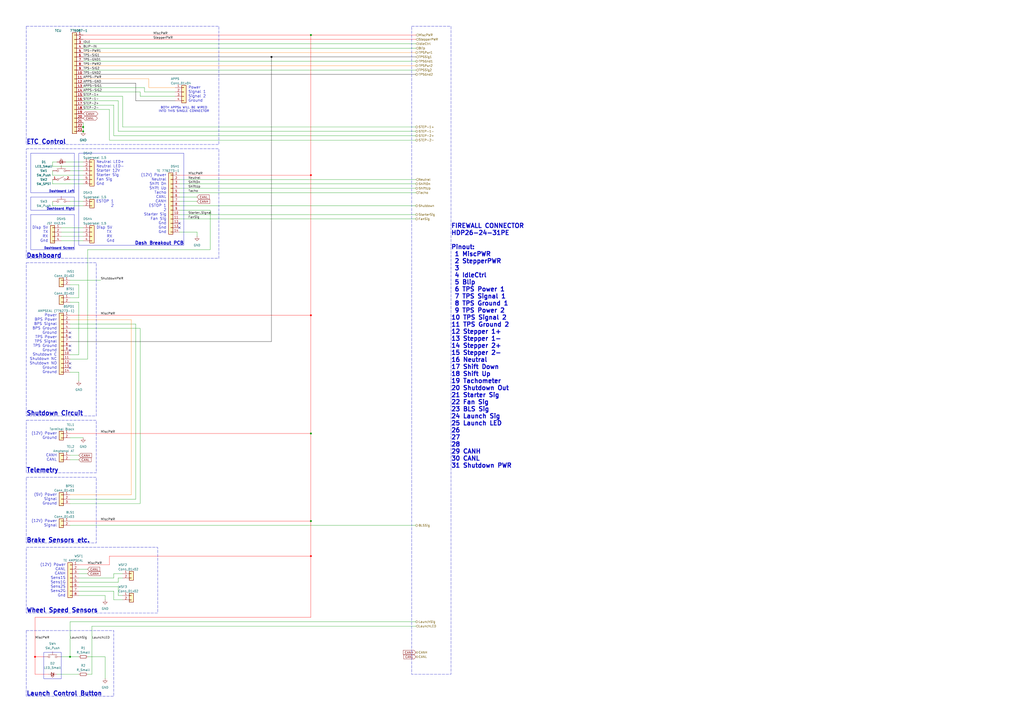
<source format=kicad_sch>
(kicad_sch (version 20250114) (generator "eeschema") (generator_version "9.0")
  (paper "A2")
  (title_block (title "FBR25 Loom - Electrical Diagram") (company "Full Blue Racing"))
  (lib_symbols
    (symbol "Connector_Generic:Conn_01x02" (pin_names (offset 1.016) (hide yes))
      (property "Reference" "J" (at 0 2.54 0))
      (property "Value" "Conn_01x02" (at 0 -5.08 0))
      (symbol "Conn_01x02_1_1"
        (rectangle (start -1.27 1.27) (end 1.27 -3.81) (stroke (width 0.254)) (fill (type background)))
        (rectangle (start -1.27 0.127) (end 0 -0.127) (stroke (width 0.1524)))
        (rectangle (start -1.27 -2.413) (end 0 -2.667) (stroke (width 0.1524)))
        (pin passive line (at -5.08 0 0) (length 3.81) (name "Pin_1") (number "1"))
        (pin passive line (at -5.08 -2.54 0) (length 3.81) (name "Pin_2") (number "2"))
      )
    )
    (symbol "Connector_Generic:Conn_01x03" (pin_names (offset 1.016) (hide yes))
      (property "Reference" "J" (at 0 5.08 0))
      (property "Value" "Conn_01x03" (at 0 -5.08 0))
      (symbol "Conn_01x03_1_1"
        (rectangle (start -1.27 3.81) (end 1.27 -3.81) (stroke (width 0.254)) (fill (type background)))
        (rectangle (start -1.27 2.667) (end 0 2.413) (stroke (width 0.1524)))
        (rectangle (start -1.27 0.127) (end 0 -0.127) (stroke (width 0.1524)))
        (rectangle (start -1.27 -2.413) (end 0 -2.667) (stroke (width 0.1524)))
        (pin passive line (at -5.08 2.54 0) (length 3.81) (name "Pin_1") (number "1"))
        (pin passive line (at -5.08 0 0) (length 3.81) (name "Pin_2") (number "2"))
        (pin passive line (at -5.08 -2.54 0) (length 3.81) (name "Pin_3") (number "3"))
      )
    )
    (symbol "Connector_Generic:Conn_01x04" (pin_names (offset 1.016) (hide yes))
      (property "Reference" "J" (at 0 5.08 0))
      (property "Value" "Conn_01x04" (at 0 -7.62 0))
      (symbol "Conn_01x04_1_1"
        (rectangle (start -1.27 3.81) (end 1.27 -6.35) (stroke (width 0.254)) (fill (type background)))
        (rectangle (start -1.27 2.667) (end 0 2.413) (stroke (width 0.1524)))
        (rectangle (start -1.27 0.127) (end 0 -0.127) (stroke (width 0.1524)))
        (rectangle (start -1.27 -2.413) (end 0 -2.667) (stroke (width 0.1524)))
        (rectangle (start -1.27 -4.953) (end 0 -5.207) (stroke (width 0.1524)))
        (pin passive line (at -5.08 2.54 0) (length 3.81) (name "Pin_1") (number "1"))
        (pin passive line (at -5.08 0 0) (length 3.81) (name "Pin_2") (number "2"))
        (pin passive line (at -5.08 -2.54 0) (length 3.81) (name "Pin_3") (number "3"))
        (pin passive line (at -5.08 -5.08 0) (length 3.81) (name "Pin_4") (number "4"))
      )
    )
    (symbol "Connector_Generic:Conn_01x06" (pin_names (offset 1.016) (hide yes))
      (property "Reference" "J" (at 0 7.62 0))
      (property "Value" "Conn_01x06" (at 0 -10.16 0))
      (symbol "Conn_01x06_1_1"
        (rectangle (start -1.27 6.35) (end 1.27 -8.89) (stroke (width 0.254)) (fill (type background)))
        (rectangle (start -1.27 5.207) (end 0 4.953) (stroke (width 0.1524)))
        (rectangle (start -1.27 2.667) (end 0 2.413) (stroke (width 0.1524)))
        (rectangle (start -1.27 0.127) (end 0 -0.127) (stroke (width 0.1524)))
        (rectangle (start -1.27 -2.413) (end 0 -2.667) (stroke (width 0.1524)))
        (rectangle (start -1.27 -4.953) (end 0 -5.207) (stroke (width 0.1524)))
        (rectangle (start -1.27 -7.493) (end 0 -7.747) (stroke (width 0.1524)))
        (pin passive line (at -5.08 5.08 0) (length 3.81) (name "Pin_1") (number "1"))
        (pin passive line (at -5.08 2.54 0) (length 3.81) (name "Pin_2") (number "2"))
        (pin passive line (at -5.08 0 0) (length 3.81) (name "Pin_3") (number "3"))
        (pin passive line (at -5.08 -2.54 0) (length 3.81) (name "Pin_4") (number "4"))
        (pin passive line (at -5.08 -5.08 0) (length 3.81) (name "Pin_5") (number "5"))
        (pin passive line (at -5.08 -7.62 0) (length 3.81) (name "Pin_6") (number "6"))
      )
    )
    (symbol "Connector_Generic:Conn_01x08" (pin_names (offset 1.016) (hide yes))
      (property "Reference" "J" (at 0 10.16 0))
      (property "Value" "Conn_01x08" (at 0 -12.7 0))
      (symbol "Conn_01x08_1_1"
        (rectangle (start -1.27 8.89) (end 1.27 -11.43) (stroke (width 0.254)) (fill (type background)))
        (rectangle (start -1.27 7.747) (end 0 7.493) (stroke (width 0.1524)))
        (rectangle (start -1.27 5.207) (end 0 4.953) (stroke (width 0.1524)))
        (rectangle (start -1.27 2.667) (end 0 2.413) (stroke (width 0.1524)))
        (rectangle (start -1.27 0.127) (end 0 -0.127) (stroke (width 0.1524)))
        (rectangle (start -1.27 -2.413) (end 0 -2.667) (stroke (width 0.1524)))
        (rectangle (start -1.27 -4.953) (end 0 -5.207) (stroke (width 0.1524)))
        (rectangle (start -1.27 -7.493) (end 0 -7.747) (stroke (width 0.1524)))
        (rectangle (start -1.27 -10.033) (end 0 -10.287) (stroke (width 0.1524)))
        (pin passive line (at -5.08 7.62 0) (length 3.81) (name "Pin_1") (number "1"))
        (pin passive line (at -5.08 5.08 0) (length 3.81) (name "Pin_2") (number "2"))
        (pin passive line (at -5.08 2.54 0) (length 3.81) (name "Pin_3") (number "3"))
        (pin passive line (at -5.08 0 0) (length 3.81) (name "Pin_4") (number "4"))
        (pin passive line (at -5.08 -2.54 0) (length 3.81) (name "Pin_5") (number "5"))
        (pin passive line (at -5.08 -5.08 0) (length 3.81) (name "Pin_6") (number "6"))
        (pin passive line (at -5.08 -7.62 0) (length 3.81) (name "Pin_7") (number "7"))
        (pin passive line (at -5.08 -10.16 0) (length 3.81) (name "Pin_8") (number "8"))
      )
    )
    (symbol "Connector_Generic:Conn_01x14" (pin_names (offset 1.016) (hide yes))
      (property "Reference" "J" (at 0 17.78 0))
      (property "Value" "Conn_01x14" (at 0 -20.32 0))
      (symbol "Conn_01x14_1_1"
        (rectangle (start -1.27 16.51) (end 1.27 -19.05) (stroke (width 0.254)) (fill (type background)))
        (rectangle (start -1.27 15.367) (end 0 15.113) (stroke (width 0.1524)))
        (rectangle (start -1.27 12.827) (end 0 12.573) (stroke (width 0.1524)))
        (rectangle (start -1.27 10.287) (end 0 10.033) (stroke (width 0.1524)))
        (rectangle (start -1.27 7.747) (end 0 7.493) (stroke (width 0.1524)))
        (rectangle (start -1.27 5.207) (end 0 4.953) (stroke (width 0.1524)))
        (rectangle (start -1.27 2.667) (end 0 2.413) (stroke (width 0.1524)))
        (rectangle (start -1.27 0.127) (end 0 -0.127) (stroke (width 0.1524)))
        (rectangle (start -1.27 -2.413) (end 0 -2.667) (stroke (width 0.1524)))
        (rectangle (start -1.27 -4.953) (end 0 -5.207) (stroke (width 0.1524)))
        (rectangle (start -1.27 -7.493) (end 0 -7.747) (stroke (width 0.1524)))
        (rectangle (start -1.27 -10.033) (end 0 -10.287) (stroke (width 0.1524)))
        (rectangle (start -1.27 -12.573) (end 0 -12.827) (stroke (width 0.1524)))
        (rectangle (start -1.27 -15.113) (end 0 -15.367) (stroke (width 0.1524)))
        (rectangle (start -1.27 -17.653) (end 0 -17.907) (stroke (width 0.1524)))
        (pin passive line (at -5.08 15.24 0) (length 3.81) (name "Pin_1") (number "1"))
        (pin passive line (at -5.08 12.7 0) (length 3.81) (name "Pin_2") (number "2"))
        (pin passive line (at -5.08 10.16 0) (length 3.81) (name "Pin_3") (number "3"))
        (pin passive line (at -5.08 7.62 0) (length 3.81) (name "Pin_4") (number "4"))
        (pin passive line (at -5.08 5.08 0) (length 3.81) (name "Pin_5") (number "5"))
        (pin passive line (at -5.08 2.54 0) (length 3.81) (name "Pin_6") (number "6"))
        (pin passive line (at -5.08 0 0) (length 3.81) (name "Pin_7") (number "7"))
        (pin passive line (at -5.08 -2.54 0) (length 3.81) (name "Pin_8") (number "8"))
        (pin passive line (at -5.08 -5.08 0) (length 3.81) (name "Pin_9") (number "9"))
        (pin passive line (at -5.08 -7.62 0) (length 3.81) (name "Pin_10") (number "10"))
        (pin passive line (at -5.08 -10.16 0) (length 3.81) (name "Pin_11") (number "11"))
        (pin passive line (at -5.08 -12.7 0) (length 3.81) (name "Pin_12") (number "12"))
        (pin passive line (at -5.08 -15.24 0) (length 3.81) (name "Pin_13") (number "13"))
        (pin passive line (at -5.08 -17.78 0) (length 3.81) (name "Pin_14") (number "14"))
      )
    )
    (symbol "Connector_Generic:Conn_01x23" (pin_names (offset 1.016) (hide yes))
      (property "Reference" "J" (at 0 30.48 0))
      (property "Value" "Conn_01x23" (at 0 -30.48 0))
      (symbol "Conn_01x23_1_1"
        (rectangle (start -1.27 29.21) (end 1.27 -29.21) (stroke (width 0.254)) (fill (type background)))
        (rectangle (start -1.27 28.067) (end 0 27.813) (stroke (width 0.1524)))
        (rectangle (start -1.27 25.527) (end 0 25.273) (stroke (width 0.1524)))
        (rectangle (start -1.27 22.987) (end 0 22.733) (stroke (width 0.1524)))
        (rectangle (start -1.27 20.447) (end 0 20.193) (stroke (width 0.1524)))
        (rectangle (start -1.27 17.907) (end 0 17.653) (stroke (width 0.1524)))
        (rectangle (start -1.27 15.367) (end 0 15.113) (stroke (width 0.1524)))
        (rectangle (start -1.27 12.827) (end 0 12.573) (stroke (width 0.1524)))
        (rectangle (start -1.27 10.287) (end 0 10.033) (stroke (width 0.1524)))
        (rectangle (start -1.27 7.747) (end 0 7.493) (stroke (width 0.1524)))
        (rectangle (start -1.27 5.207) (end 0 4.953) (stroke (width 0.1524)))
        (rectangle (start -1.27 2.667) (end 0 2.413) (stroke (width 0.1524)))
        (rectangle (start -1.27 0.127) (end 0 -0.127) (stroke (width 0.1524)))
        (rectangle (start -1.27 -2.413) (end 0 -2.667) (stroke (width 0.1524)))
        (rectangle (start -1.27 -4.953) (end 0 -5.207) (stroke (width 0.1524)))
        (rectangle (start -1.27 -7.493) (end 0 -7.747) (stroke (width 0.1524)))
        (rectangle (start -1.27 -10.033) (end 0 -10.287) (stroke (width 0.1524)))
        (rectangle (start -1.27 -12.573) (end 0 -12.827) (stroke (width 0.1524)))
        (rectangle (start -1.27 -15.113) (end 0 -15.367) (stroke (width 0.1524)))
        (rectangle (start -1.27 -17.653) (end 0 -17.907) (stroke (width 0.1524)))
        (rectangle (start -1.27 -20.193) (end 0 -20.447) (stroke (width 0.1524)))
        (rectangle (start -1.27 -22.733) (end 0 -22.987) (stroke (width 0.1524)))
        (rectangle (start -1.27 -25.273) (end 0 -25.527) (stroke (width 0.1524)))
        (rectangle (start -1.27 -27.813) (end 0 -28.067) (stroke (width 0.1524)))
        (pin passive line (at -5.08 27.94 0) (length 3.81) (name "Pin_1") (number "1"))
        (pin passive line (at -5.08 25.4 0) (length 3.81) (name "Pin_2") (number "2"))
        (pin passive line (at -5.08 22.86 0) (length 3.81) (name "Pin_3") (number "3"))
        (pin passive line (at -5.08 20.32 0) (length 3.81) (name "Pin_4") (number "4"))
        (pin passive line (at -5.08 17.78 0) (length 3.81) (name "Pin_5") (number "5"))
        (pin passive line (at -5.08 15.24 0) (length 3.81) (name "Pin_6") (number "6"))
        (pin passive line (at -5.08 12.7 0) (length 3.81) (name "Pin_7") (number "7"))
        (pin passive line (at -5.08 10.16 0) (length 3.81) (name "Pin_8") (number "8"))
        (pin passive line (at -5.08 7.62 0) (length 3.81) (name "Pin_9") (number "9"))
        (pin passive line (at -5.08 5.08 0) (length 3.81) (name "Pin_10") (number "10"))
        (pin passive line (at -5.08 2.54 0) (length 3.81) (name "Pin_11") (number "11"))
        (pin passive line (at -5.08 0 0) (length 3.81) (name "Pin_12") (number "12"))
        (pin passive line (at -5.08 -2.54 0) (length 3.81) (name "Pin_13") (number "13"))
        (pin passive line (at -5.08 -5.08 0) (length 3.81) (name "Pin_14") (number "14"))
        (pin passive line (at -5.08 -7.62 0) (length 3.81) (name "Pin_15") (number "15"))
        (pin passive line (at -5.08 -10.16 0) (length 3.81) (name "Pin_16") (number "16"))
        (pin passive line (at -5.08 -12.7 0) (length 3.81) (name "Pin_17") (number "17"))
        (pin passive line (at -5.08 -15.24 0) (length 3.81) (name "Pin_18") (number "18"))
        (pin passive line (at -5.08 -17.78 0) (length 3.81) (name "Pin_19") (number "19"))
        (pin passive line (at -5.08 -20.32 0) (length 3.81) (name "Pin_20") (number "20"))
        (pin passive line (at -5.08 -22.86 0) (length 3.81) (name "Pin_21") (number "21"))
        (pin passive line (at -5.08 -25.4 0) (length 3.81) (name "Pin_22") (number "22"))
        (pin passive line (at -5.08 -27.94 0) (length 3.81) (name "Pin_23") (number "23"))
      )
    )
    (symbol "Device:LED_Small" (pin_numbers (hide yes)) (pin_names (offset 0.254) (hide yes))
      (property "Reference" "D" (at -1.27 3.175 0))
      (property "Value" "LED_Small" (at -4.445 -2.54 0))
      (symbol "LED_Small_0_1"
        (polyline (pts (xy -0.762 -1.016) (xy -0.762 1.016)) (stroke (width 0.254)))
        (polyline (pts (xy 0 0.762) (xy -0.508 1.27) (xy -0.254 1.27) (xy -0.508 1.27) (xy -0.508 1.016)))
        (polyline (pts (xy 0.508 1.27) (xy 0 1.778) (xy 0.254 1.778) (xy 0 1.778) (xy 0 1.524)))
        (polyline (pts (xy 0.762 -1.016) (xy -0.762 0) (xy 0.762 1.016) (xy 0.762 -1.016)) (stroke (width 0.254)))
        (polyline (pts (xy 1.016 0) (xy -0.762 0)))
      )
      (symbol "LED_Small_1_1"
        (pin passive line (at -2.54 0 0) (length 1.778) (name "K") (number "1"))
        (pin passive line (at 2.54 0 180) (length 1.778) (name "A") (number "2"))
      )
    )
    (symbol "Device:R_Small" (pin_numbers (hide yes)) (pin_names (offset 0.254) (hide yes))
      (property "Reference" "R" (at 0.762 0.508 0))
      (property "Value" "R_Small" (at 0.762 -1.016 0))
      (symbol "R_Small_0_1"
        (rectangle (start -0.762 1.778) (end 0.762 -1.778) (stroke (width 0.2032)))
      )
      (symbol "R_Small_1_1"
        (pin passive line (at 0 2.54 270) (length 0.762) (name "~") (number "1"))
        (pin passive line (at 0 -2.54 90) (length 0.762) (name "~") (number "2"))
      )
    )
    (symbol "Switch:SW_Push" (pin_numbers (hide yes)) (pin_names (offset 1.016) (hide yes))
      (property "Reference" "SW" (at 1.27 2.54 0))
      (property "Value" "SW_Push" (at 0 -1.524 0))
      (symbol "SW_Push_0_1"
        (circle (center -2.032 0) (radius 0.508))
        (polyline (pts (xy 0 1.27) (xy 0 3.048)))
        (circle (center 2.032 0) (radius 0.508))
        (polyline (pts (xy 2.54 1.27) (xy -2.54 1.27)))
        (pin passive line (at -5.08 0 0) (length 2.54) (name "1") (number "1"))
        (pin passive line (at 5.08 0 180) (length 2.54) (name "2") (number "2"))
      )
    )
    (symbol "Switch:SW_SPST" (pin_names (offset 0) (hide yes))
      (property "Reference" "SW" (at 0 3.175 0))
      (property "Value" "SW_SPST" (at 0 -2.54 0))
      (symbol "SW_SPST_0_0"
        (circle (center -2.032 0) (radius 0.508))
        (polyline (pts (xy -1.524 0.254) (xy 1.524 1.778)))
        (circle (center 2.032 0) (radius 0.508))
      )
      (symbol "SW_SPST_1_1"
        (pin passive line (at -5.08 0 0) (length 2.54) (name "A") (number "1"))
        (pin passive line (at 5.08 0 180) (length 2.54) (name "B") (number "2"))
      )
    )
    (symbol "power:GND" (power) (pin_numbers (hide yes)) (pin_names (offset 0) (hide yes))
      (property "Value" "GND" (at 0 -3.81 0))
      (symbol "GND_0_1"
        (polyline (pts (xy 0 0) (xy 0 -1.27) (xy 1.27 -1.27) (xy 0 -2.54) (xy -1.27 -1.27) (xy 0 -1.27)))
      )
      (symbol "GND_1_1"
        (pin power_in line (at 0 0 270) (length 0) (name "~") (number "1"))
      )
    )
  )
  (rectangle (start 15.24 276.86) (end 55.88 314.96) (stroke (width 0) (type dash)))
  (rectangle (start 15.24 152.4) (end 55.88 241.3) (stroke (width 0) (type dash)))
  (rectangle (start 45.72 88.9) (end 106.68 142.24))
  (rectangle (start 15.24 86.36) (end 127 149.86) (stroke (width 0) (type dash)))
  (rectangle (start 17.78 124.46) (end 43.18 144.78))
  (rectangle (start 15.24 243.84) (end 55.88 274.32) (stroke (width 0) (type dash)))
  (rectangle (start 15.24 317.5) (end 91.44 355.6) (stroke (width 0) (type dash)))
  (rectangle (start 17.78 114.3) (end 43.18 121.92))
  (rectangle (start 238.76 15.24) (end 261.62 391.16) (stroke (width 0) (type dash)))
  (rectangle (start 25.4 378.46) (end 35.56 393.7))
  (rectangle (start 17.78 88.9) (end 43.18 111.76))
  (rectangle (start 15.24 15.24) (end 127 83.82) (stroke (width 0) (type dash)))
  (rectangle (start 15.24 365.76) (end 66.04 403.86) (stroke (width 0) (type dash)))
  (text "Dashboard" (at 15.24 149.86 0) (effects (font (size 2.54 2.54) (thickness 0.508) (bold yes)) (justify left bottom)))
  (text "(12V) Power\nSignal\n " (at 33.02 304.8 0) (effects (font (size 1.5748 1.5748)) (justify right)))
  (text "Dashboard Left" (at 43.18 111.76 0) (effects (font (size 1.27 1.27) (thickness 0.254) (bold yes)) (justify right bottom)))
  (text "Disp 5V\n     TX\n     RX\n     Gnd\n " (at 55.88 137.16 0) (effects (font (size 1.5748 1.5748)) (justify left)))
  (text "FIREWALL CONNECTOR\nHDP26-24-31PE\n\nPinout:\n 1 MiscPWR\n 2 StepperPWR\n 3 \n 4 IdleCtrl\n 5 Blip\n 6 TPS Power 1\n 7 TPS Signal 1\n 8 TPS Ground 1\n 9 TPS Power 2\n10 TPS Signal 2\n11 TPS Ground 2\n12 Stepper 1+\n13 Stepper 1-\n14 Stepper 2+\n15 Stepper 2-\n16 Neutral\n17 Shift Down\n18 Shift Up\n19 Tachometer\n20 Shutdown Out\n21 Starter Sig\n22 Fan Sig\n23 BLS Sig\n24 Launch Sig\n25 Launch LED\n26 \n27 \n28 \n29 CANH\n30 CANL\n31 Shutdown PWR" (at 261.62 200.66 0) (effects (font (size 2.54 2.54) (thickness 0.508) (bold yes)) (justify left)))
  (text "Power\nBPS Power\nBPS Signal\nBPS Ground\nGround\nTPS Power\nTPS Signal\nTPS Ground\nGround\nShutdown C\nShutdown NC\nShutdown NO\nGround\nGround\n " (at 33.02 200.66 0) (effects (font (size 1.5748 1.5748)) (justify right)))
  (text "Neutral LED+\nNeutral LED-\nStarter 12V\nStarter Sig\nFan Sig\nGnd\n " (at 55.88 101.6 0) (effects (font (size 1.5748 1.5748)) (justify left)))
  (text "Wheel Speed Sensors" (at 15.24 355.6 0) (effects (font (size 2.54 2.54) (thickness 0.508) (bold yes)) (justify left bottom)))
  (text "Dashboard Right" (at 43.18 121.92 0) (effects (font (size 1.27 1.27) (thickness 0.254) (bold yes)) (justify right bottom)))
  (text "ESTOP 1\n      2\n " (at 66.04 119.38 0) (effects (font (size 1.5748 1.5748)) (justify right)))
  (text "Dash Breakout PCB" (at 106.68 142.24 0) (effects (font (size 1.905 1.905) (thickness 0.381) (bold yes)) (justify right bottom)))
  (text "Disp 5V\n     TX\n     RX\n     Gnd\n " (at 27.94 137.16 0) (effects (font (size 1.5748 1.5748)) (justify right)))
  (text "Power\nSignal 1\nSignal 2\nGround" (at 109.22 54.61 0) (effects (font (size 1.5748 1.5748)) (justify left)))
  (text "Dashboard Screen" (at 43.18 144.78 0) (effects (font (size 1.27 1.27) (thickness 0.254) (bold yes)) (justify right bottom)))
  (text "(5V) Power\nSignal\nGround" (at 33.02 289.56 0) (effects (font (size 1.5748 1.5748)) (justify right)))
  (text "(12V) Power\nNeutral\nShift Dn\nShift Up\nTacho\nCANL\nCANH\nESTOP 1\n2\nStarter Sig\nFan Sig\nGnd\nGnd\nGnd\n " (at 96.52 119.38 0) (effects (font (size 1.5748 1.5748)) (justify right)))
  (text "(12V) Power\nCANL\nCANH\nSens1S\nSens1G\nSens2S\nSens2G\nGnd\n " (at 38.1 337.82 0) (effects (font (size 1.5748 1.5748)) (justify right)))
  (text "Telemetry" (at 15.24 274.32 0) (effects (font (size 2.54 2.54) (thickness 0.508) (bold yes)) (justify left bottom)))
  (text "CANH\nCANL\n " (at 33.02 266.7 0) (effects (font (size 1.5748 1.5748)) (justify right)))
  (text "ETC Control" (at 15.24 83.82 0) (effects (font (size 2.54 2.54) (thickness 0.508) (bold yes)) (justify left bottom)))
  (text "(12V) Power\nGround\n " (at 33.02 254 0) (effects (font (size 1.5748 1.5748)) (justify right)))
  (text "Shutdown Circuit" (at 15.24 241.3 0) (effects (font (size 2.54 2.54) (thickness 0.508) (bold yes)) (justify left bottom)))
  (text "Brake Sensors etc." (at 15.24 314.96 0) (effects (font (size 2.54 2.54) (thickness 0.508) (bold yes)) (justify left bottom)))
  (text "BOTH APPSs WILL BE WIRED\nINTO THIS SINGLE CONNECTOR" (at 106.68 63.5 0) (effects (font (size 1.27 1.27))))
  (text "Launch Control Button" (at 15.24 403.86 0) (effects (font (size 2.54 2.54) (thickness 0.508) (bold yes)) (justify left bottom)))
  (junction (at 180.34 182.88) (color 255 0 0 1))
  (junction (at 180.34 322.58) (color 255 0 0 1))
  (junction (at 48.26 76.2))
  (junction (at 180.34 20.32))
  (junction (at 48.26 73.66))
  (junction (at 40.64 381))
  (junction (at 180.34 302.26))
  (junction (at 157.48 33.02) (color 0 0 0 1))
  (junction (at 20.32 381) (color 255 0 0 1))
  (junction (at 180.34 101.6) (color 255 0 0 1))
  (junction (at 180.34 251.46))
  (no_connect (at 40.64 213.36))
  (no_connect (at 40.64 193.04))
  (no_connect (at 104.14 129.54))
  (no_connect (at 40.64 195.58))
  (no_connect (at 40.64 210.82))
  (no_connect (at 40.64 203.2))
  (no_connect (at 40.64 200.66))
  (no_connect (at 104.14 132.08))
  (wire (pts (xy 114.3 134.62) (xy 114.3 137.16)))
  (wire (pts (xy 81.28 292.1) (xy 81.28 190.5)))
  (wire (pts (xy 104.14 114.3) (xy 114.3 114.3)))
  (wire (pts (xy 180.34 182.88) (xy 180.34 251.46)) (stroke (width 0) (color 255 0 0 1)))
  (wire (pts (xy 68.58 345.44) (xy 71.12 345.44)))
  (wire (pts (xy 241.3 76.2) (xy 68.58 76.2)))
  (wire (pts (xy 180.34 20.32) (xy 241.3 20.32)) (stroke (width 0) (color 255 0 0 1)))
  (wire (pts (xy 40.64 254) (xy 48.26 254)))
  (wire (pts (xy 63.5 81.28) (xy 241.3 81.28)))
  (wire (pts (xy 35.56 137.16) (xy 48.26 137.16)))
  (wire (pts (xy 40.64 251.46) (xy 180.34 251.46)) (stroke (width 0) (color 255 0 0 1)))
  (wire (pts (xy 66.04 78.74) (xy 241.3 78.74)))
  (wire (pts (xy 104.14 101.6) (xy 180.34 101.6)) (stroke (width 0) (color 255 0 0 1)))
  (wire (pts (xy 40.64 187.96) (xy 78.74 187.96)))
  (wire (pts (xy 40.64 360.68) (xy 241.3 360.68)))
  (wire (pts (xy 68.58 340.36) (xy 68.58 345.44)))
  (wire (pts (xy 78.74 48.26) (xy 48.26 48.26)) (stroke (width 0) (color 0 0 0 1)))
  (wire (pts (xy 30.48 106.68) (xy 48.26 106.68)))
  (wire (pts (xy 48.26 35.56) (xy 241.3 35.56)))
  (wire (pts (xy 40.64 162.56) (xy 58.42 162.56)))
  (wire (pts (xy 68.58 335.28) (xy 68.58 337.82)))
  (wire (pts (xy 40.64 104.14) (xy 48.26 104.14)))
  (wire (pts (xy 78.74 48.26) (xy 78.74 58.42)) (stroke (width 0) (color 0 0 0 1)))
  (wire (pts (xy 30.48 96.52) (xy 30.48 93.98)))
  (wire (pts (xy 40.64 175.26) (xy 45.72 175.26)))
  (wire (pts (xy 81.28 53.34) (xy 48.26 53.34)))
  (wire (pts (xy 71.12 335.28) (xy 68.58 335.28)))
  (wire (pts (xy 104.14 119.38) (xy 241.3 119.38)))
  (wire (pts (xy 40.64 381) (xy 45.72 381)))
  (wire (pts (xy 40.64 292.1) (xy 81.28 292.1)))
  (wire (pts (xy 68.58 58.42) (xy 48.26 58.42)))
  (wire (pts (xy 66.04 60.96) (xy 66.04 78.74)))
  (wire (pts (xy 180.34 101.6) (xy 180.34 182.88)) (stroke (width 0) (color 255 0 0 1)))
  (wire (pts (xy 104.14 127) (xy 241.3 127)))
  (wire (pts (xy 83.82 53.34) (xy 83.82 50.8)))
  (wire (pts (xy 180.34 251.46) (xy 180.34 302.26)) (stroke (width 0) (color 255 0 0 1)))
  (wire (pts (xy 60.96 345.44) (xy 45.72 345.44)))
  (wire (pts (xy 66.04 342.9) (xy 45.72 342.9)))
  (wire (pts (xy 71.12 55.88) (xy 71.12 73.66)))
  (wire (pts (xy 83.82 53.34) (xy 101.6 53.34)))
  (wire (pts (xy 50.8 332.74) (xy 45.72 332.74)))
  (wire (pts (xy 38.1 93.98) (xy 48.26 93.98)))
  (wire (pts (xy 83.82 50.8) (xy 48.26 50.8)))
  (wire (pts (xy 86.36 50.8) (xy 101.6 50.8)) (stroke (width 0) (color 255 127 0 1)))
  (wire (pts (xy 45.72 340.36) (xy 68.58 340.36)))
  (wire (pts (xy 48.26 96.52) (xy 30.48 96.52)))
  (wire (pts (xy 40.64 182.88) (xy 180.34 182.88)) (stroke (width 0) (color 255 0 0 1)))
  (wire (pts (xy 20.32 358.14) (xy 180.34 358.14)) (stroke (width 0) (color 255 0 0 1)))
  (wire (pts (xy 35.56 132.08) (xy 48.26 132.08)))
  (wire (pts (xy 30.48 104.14) (xy 30.48 106.68)))
  (wire (pts (xy 48.26 25.4) (xy 241.3 25.4)))
  (wire (pts (xy 40.64 116.84) (xy 48.26 116.84)))
  (wire (pts (xy 48.26 40.64) (xy 241.3 40.64)))
  (wire (pts (xy 45.72 215.9) (xy 45.72 220.98)))
  (wire (pts (xy 45.72 172.72) (xy 40.64 172.72)))
  (wire (pts (xy 50.8 330.2) (xy 45.72 330.2)))
  (wire (pts (xy 68.58 337.82) (xy 45.72 337.82)))
  (wire (pts (xy 48.26 63.5) (xy 63.5 63.5)))
  (wire (pts (xy 60.96 381) (xy 60.96 393.7)))
  (wire (pts (xy 104.14 109.22) (xy 241.3 109.22)))
  (wire (pts (xy 20.32 358.14) (xy 20.32 381)) (stroke (width 0) (color 255 0 0 1)))
  (wire (pts (xy 48.26 27.94) (xy 241.3 27.94)))
  (wire (pts (xy 48.26 38.1) (xy 241.3 38.1)) (stroke (width 0) (color 255 127 0 1)))
  (wire (pts (xy 45.72 335.28) (xy 66.04 335.28)))
  (wire (pts (xy 71.12 73.66) (xy 241.3 73.66)))
  (wire (pts (xy 180.34 20.32) (xy 180.34 101.6)) (stroke (width 0) (color 255 0 0 1)))
  (wire (pts (xy 45.72 264.16) (xy 40.64 264.16)))
  (wire (pts (xy 78.74 58.42) (xy 101.6 58.42)) (stroke (width 0) (color 0 0 0 1)))
  (wire (pts (xy 157.48 33.02) (xy 241.3 33.02)) (stroke (width 0) (color 0 0 0 1)))
  (wire (pts (xy 48.26 71.12) (xy 48.26 73.66)))
  (wire (pts (xy 81.28 55.88) (xy 101.6 55.88)))
  (wire (pts (xy 121.92 144.78) (xy 50.8 144.78)))
  (wire (pts (xy 20.32 381) (xy 20.32 391.16)) (stroke (width 0) (color 255 0 0 1)))
  (wire (pts (xy 104.14 134.62) (xy 114.3 134.62)))
  (wire (pts (xy 45.72 327.66) (xy 63.5 327.66)) (stroke (width 0) (color 255 0 0 1)))
  (wire (pts (xy 30.48 116.84) (xy 30.48 119.38)))
  (wire (pts (xy 33.02 391.16) (xy 45.72 391.16)))
  (wire (pts (xy 78.74 187.96) (xy 78.74 289.56)))
  (wire (pts (xy 53.34 363.22) (xy 53.34 391.16)))
  (wire (pts (xy 45.72 205.74) (xy 40.64 205.74)))
  (wire (pts (xy 35.56 134.62) (xy 48.26 134.62)))
  (wire (pts (xy 66.04 347.98) (xy 66.04 342.9)))
  (wire (pts (xy 66.04 332.74) (xy 71.12 332.74)))
  (wire (pts (xy 53.34 363.22) (xy 241.3 363.22)))
  (wire (pts (xy 20.32 381) (xy 25.4 381)) (stroke (width 0) (color 255 0 0 1)))
  (wire (pts (xy 86.36 50.8) (xy 86.36 45.72)) (stroke (width 0) (color 255 127 0 1)))
  (wire (pts (xy 40.64 165.1) (xy 45.72 165.1)))
  (wire (pts (xy 30.48 93.98) (xy 33.02 93.98)))
  (wire (pts (xy 48.26 22.86) (xy 241.3 22.86)) (stroke (width 0) (color 255 0 0 1)))
  (wire (pts (xy 48.26 55.88) (xy 71.12 55.88)))
  (wire (pts (xy 104.14 111.76) (xy 241.3 111.76)))
  (wire (pts (xy 121.92 121.92) (xy 121.92 144.78)))
  (wire (pts (xy 35.56 139.7) (xy 48.26 139.7)))
  (wire (pts (xy 104.14 116.84) (xy 114.3 116.84)))
  (wire (pts (xy 40.64 215.9) (xy 45.72 215.9)))
  (wire (pts (xy 104.14 106.68) (xy 241.3 106.68)))
  (wire (pts (xy 40.64 289.56) (xy 78.74 289.56)))
  (wire (pts (xy 50.8 381) (xy 60.96 381)))
  (wire (pts (xy 180.34 302.26) (xy 180.34 322.58)) (stroke (width 0) (color 255 0 0 1)))
  (wire (pts (xy 104.14 124.46) (xy 241.3 124.46)))
  (wire (pts (xy 40.64 208.28) (xy 50.8 208.28)))
  (wire (pts (xy 71.12 347.98) (xy 66.04 347.98)))
  (wire (pts (xy 48.26 60.96) (xy 66.04 60.96)))
  (wire (pts (xy 45.72 266.7) (xy 40.64 266.7)))
  (wire (pts (xy 63.5 63.5) (xy 63.5 81.28)))
  (wire (pts (xy 81.28 55.88) (xy 81.28 53.34)))
  (wire (pts (xy 63.5 322.58) (xy 180.34 322.58)) (stroke (width 0) (color 255 0 0 1)))
  (wire (pts (xy 40.64 304.8) (xy 241.3 304.8)))
  (wire (pts (xy 30.48 101.6) (xy 48.26 101.6)))
  (wire (pts (xy 40.64 287.02) (xy 76.2 287.02)) (stroke (width 0) (color 255 127 0 1)))
  (wire (pts (xy 157.48 198.12) (xy 157.48 33.02)) (stroke (width 0) (color 0 0 0 1)))
  (wire (pts (xy 50.8 391.16) (xy 53.34 391.16)))
  (wire (pts (xy 63.5 322.58) (xy 63.5 327.66)) (stroke (width 0) (color 255 0 0 1)))
  (wire (pts (xy 60.96 347.98) (xy 60.96 345.44)))
  (wire (pts (xy 48.26 20.32) (xy 180.34 20.32)) (stroke (width 0) (color 255 0 0 1)))
  (wire (pts (xy 50.8 144.78) (xy 50.8 208.28)))
  (wire (pts (xy 40.64 99.06) (xy 48.26 99.06)))
  (wire (pts (xy 20.32 391.16) (xy 27.94 391.16)) (stroke (width 0) (color 255 0 0 1)))
  (wire (pts (xy 35.56 381) (xy 40.64 381)))
  (wire (pts (xy 66.04 335.28) (xy 66.04 332.74)))
  (wire (pts (xy 48.26 30.48) (xy 241.3 30.48)) (stroke (width 0) (color 255 127 0 1)))
  (wire (pts (xy 86.36 45.72) (xy 48.26 45.72)) (stroke (width 0) (color 255 127 0 1)))
  (wire (pts (xy 104.14 104.14) (xy 241.3 104.14)))
  (wire (pts (xy 40.64 190.5) (xy 81.28 190.5)))
  (wire (pts (xy 40.64 185.42) (xy 76.2 185.42)) (stroke (width 0) (color 255 127 0 1)))
  (wire (pts (xy 30.48 99.06) (xy 30.48 101.6)))
  (wire (pts (xy 45.72 165.1) (xy 45.72 172.72)))
  (wire (pts (xy 40.64 302.26) (xy 180.34 302.26)) (stroke (width 0) (color 255 0 0 1)))
  (wire (pts (xy 180.34 322.58) (xy 180.34 358.14)) (stroke (width 0) (color 255 0 0 1)))
  (wire (pts (xy 45.72 175.26) (xy 45.72 205.74)))
  (wire (pts (xy 40.64 360.68) (xy 40.64 381)))
  (wire (pts (xy 48.26 73.66) (xy 48.26 76.2)))
  (wire (pts (xy 48.26 33.02) (xy 157.48 33.02)) (stroke (width 0) (color 0 0 0 1)))
  (wire (pts (xy 48.26 43.18) (xy 241.3 43.18)) (stroke (width 0) (color 0 0 0 1)))
  (wire (pts (xy 76.2 287.02) (xy 76.2 185.42)) (stroke (width 0) (color 255 127 0 1)))
  (wire (pts (xy 68.58 76.2) (xy 68.58 58.42)))
  (wire (pts (xy 121.92 121.92) (xy 104.14 121.92)))
  (wire (pts (xy 40.64 198.12) (xy 157.48 198.12)) (stroke (width 0) (color 0 0 0 1)))
  (wire (pts (xy 30.48 119.38) (xy 48.26 119.38)))
  (label "FanSig" (at 109.22 127 0))
  (label "APPS-SIG1" (at 48.26 50.8 0))
  (label "MiscPWR" (at 58.42 251.46 0))
  (label "IDLE" (at 48.26 25.4 0))
  (label "StepperPWR" (at 88.9 22.86 0))
  (label "MiscPWR" (at 20.32 370.84 0))
  (label "BLIP-IN" (at 48.26 27.94 0))
  (label "TPS-SIG1" (at 48.26 33.02 0))
  (label "ShutdownPWR" (at 58.42 162.56 0))
  (label "APPS-SIG2" (at 48.26 53.34 0))
  (label "MiscPWR" (at 58.42 182.88 0))
  (label "TPS-PWR1" (at 48.26 30.48 0))
  (label "MiscPWR" (at 58.42 302.26 0))
  (label "LaunchLED" (at 53.34 370.84 0))
  (label "TPS-SIG2" (at 48.26 40.64 0))
  (label "MiscPWR" (at 88.9 20.32 0))
  (label "ShiftUp" (at 109.22 109.22 0))
  (label "STEP-2+" (at 48.26 60.96 0))
  (label "TPS-PWR2" (at 48.26 38.1 0))
  (label "LaunchSig" (at 40.64 370.84 0))
  (label "ShiftDn" (at 109.22 106.68 0))
  (label "Starter_Signal" (at 109.22 124.46 0))
  (label "Tacho" (at 109.22 111.76 0))
  (label "APPS-PWR" (at 48.26 45.72 0))
  (label "TPS-GND1" (at 48.26 35.56 0))
  (label "STEP-1+" (at 48.26 55.88 0))
  (label "MiscPWR" (at 109.22 101.6 0))
  (label "STEP-2-" (at 48.26 63.5 0))
  (label "TPS-GND2" (at 48.26 43.18 0))
  (label "MiscPWR" (at 50.8 327.66 0))
  (label "STEP-1-" (at 48.26 58.42 0))
  (label "APPS-GND" (at 48.26 48.26 0))
  (label "Neutral" (at 109.22 104.14 0))
  (global_label "CANH" (shape input) (at 241.3 378.46 180) (effects (font (thickness 0.1588))) (property "Intersheetrefs" "${INTERSHEET_REFS}" (effects (hide yes))))
  (global_label "CANL" (shape input) (at 45.72 266.7 0) (effects (font (thickness 0.1588))) (property "Intersheetrefs" "${INTERSHEET_REFS}" (effects (hide yes))))
  (global_label "CANL" (shape bidirectional) (at 48.26 68.58 0) (property "Intersheetrefs" "${INTERSHEET_REFS}" (effects (hide yes))))
  (global_label "CANL" (shape input) (at 50.8 330.2 0) (effects (font (thickness 0.1588))) (property "Intersheetrefs" "${INTERSHEET_REFS}" (effects (hide yes))))
  (global_label "CANL" (shape input) (at 241.3 381 180) (effects (font (thickness 0.1588))) (property "Intersheetrefs" "${INTERSHEET_REFS}" (effects (hide yes))))
  (global_label "CANH" (shape input) (at 45.72 264.16 0) (effects (font (thickness 0.1588))) (property "Intersheetrefs" "${INTERSHEET_REFS}" (effects (hide yes))))
  (global_label "CANH" (shape bidirectional) (at 48.26 66.04 0) (property "Intersheetrefs" "${INTERSHEET_REFS}" (effects (hide yes))))
  (global_label "CANL" (shape input) (at 114.3 114.3 0) (effects (font (thickness 0.1588))) (property "Intersheetrefs" "${INTERSHEET_REFS}" (effects (hide yes))))
  (global_label "CANH" (shape input) (at 50.8 332.74 0) (effects (font (thickness 0.1588))) (property "Intersheetrefs" "${INTERSHEET_REFS}" (effects (hide yes))))
  (global_label "CANH" (shape input) (at 114.3 116.84 0) (effects (font (thickness 0.1588))) (property "Intersheetrefs" "${INTERSHEET_REFS}" (effects (hide yes))))
  (hierarchical_label "STEP-1+" (shape output) (at 241.3 73.66 0))
  (hierarchical_label "ShiftDn" (shape output) (at 241.3 106.68 0))
  (hierarchical_label "TPSSig2" (shape input) (at 241.3 40.64 0))
  (hierarchical_label "LaunchSig" (shape output) (at 241.3 360.68 0))
  (hierarchical_label "FanSig" (shape output) (at 241.3 127 0))
  (hierarchical_label "TPSPwr1" (shape output) (at 241.3 30.48 0))
  (hierarchical_label "Shutdown" (shape output) (at 241.3 119.38 0))
  (hierarchical_label "TPSSig1" (shape input) (at 241.3 33.02 0))
  (hierarchical_label "CANL" (shape bidirectional) (at 241.3 381 0))
  (hierarchical_label "BLSSig" (shape output) (at 241.3 304.8 0))
  (hierarchical_label "IdleCtrl" (shape input) (at 241.3 25.4 0))
  (hierarchical_label "TPSGnd2" (shape output) (at 241.3 43.18 0))
  (hierarchical_label "StarterSig" (shape output) (at 241.3 124.46 0))
  (hierarchical_label "STEP-2-" (shape output) (at 241.3 81.28 0))
  (hierarchical_label "CANH" (shape bidirectional) (at 241.3 378.46 0))
  (hierarchical_label "MiscPWR" (shape input) (at 241.3 20.32 0))
  (hierarchical_label "STEP-1-" (shape output) (at 241.3 76.2 0))
  (hierarchical_label "ShiftUp" (shape output) (at 241.3 109.22 0))
  (hierarchical_label "STEP-2+" (shape output) (at 241.3 78.74 0))
  (hierarchical_label "Tacho" (shape input) (at 241.3 111.76 0))
  (hierarchical_label "TPSPwr2" (shape output) (at 241.3 38.1 0))
  (hierarchical_label "StepperPWR" (shape input) (at 241.3 22.86 0))
  (hierarchical_label "Blip" (shape input) (at 241.3 27.94 0))
  (hierarchical_label "Neutral" (shape input) (at 241.3 104.14 0))
  (hierarchical_label "LaunchLED" (shape input) (at 241.3 363.22 0))
  (hierarchical_label "TPSGnd1" (shape output) (at 241.3 35.56 0))
  (symbol (lib_id "power:GND") (at 60.96 347.98 0) (unit 1)
    (property "Reference" "#PWR017" (effects (hide yes)))
    (property "Value" "GND" (at 60.96 353.06 0))
    (property "Description" "Power symbol creates a global label with name \"GND\" , ground" (effects (hide yes)))
  )
  (symbol (lib_id "Connector_Generic:Conn_01x02") (at 35.56 162.56 0) (mirror y) (unit 1)
    (property "Reference" "INS1" (at 43.18 157.48 0) (effects (justify left)))
    (property "Value" "Conn_01x02" (at 43.18 160.02 0) (effects (justify left)))
    (property "Description" "Generic connector, single row, 01x02, script generated (kicad-library-utils/schlib/autogen/connector/)" (effects (hide yes)))
  )
  (symbol (lib_id "Switch:SW_SPST") (at 35.56 104.14 0) (unit 1)
    (property "Reference" "SW2" (at 25.4 104.14 0))
    (property "Value" "SW_SPST" (at 25.4 106.68 0))
    (property "Description" "Single Pole Single Throw (SPST) switch" (effects (hide yes)))
  )
  (symbol (lib_id "power:GND") (at 48.26 76.2 0) (mirror y) (unit 1)
    (property "Reference" "#PWR018" (effects (hide yes)))
    (property "Value" "GND" (at 48.26 81.28 0))
    (property "Description" "Power symbol creates a global label with name \"GND\" , ground" (effects (hide yes)))
  )
  (symbol (lib_id "Connector_Generic:Conn_01x02") (at 35.56 251.46 0) (mirror y) (unit 1)
    (property "Reference" "TEL1" (at 43.18 246.38 0) (effects (justify left)))
    (property "Value" "Terminal Block" (at 43.18 248.92 0) (effects (justify left)))
    (property "Description" "Generic connector, single row, 01x02, script generated (kicad-library-utils/schlib/autogen/connector/)" (effects (hide yes)))
  )
  (symbol (lib_id "Connector_Generic:Conn_01x02") (at 35.56 264.16 0) (mirror y) (unit 1)
    (property "Reference" "TEL2" (at 43.18 259.08 0) (effects (justify left)))
    (property "Value" "Amphenol AT" (at 43.18 261.62 0) (effects (justify left)))
    (property "Description" "Generic connector, single row, 01x02, script generated (kicad-library-utils/schlib/autogen/connector/)" (effects (hide yes)))
  )
  (symbol (lib_id "Connector_Generic:Conn_01x14") (at 99.06 116.84 0) (mirror y) (unit 1)
    (property "Reference" "DSH1" (at 104.14 96.52 0) (effects (justify left)))
    (property "Value" "TE 776273-1" (at 104.14 99.06 0) (effects (justify left)))
    (property "Description" "Generic connector, single row, 01x14, script generated (kicad-library-utils/schlib/autogen/connector/)" (effects (hide yes)))
  )
  (symbol (lib_id "Connector_Generic:Conn_01x02") (at 76.2 345.44 0) (unit 1)
    (property "Reference" "WSF3" (at 68.58 340.36 0) (effects (justify left)))
    (property "Value" "Conn_01x02" (at 68.58 342.9 0) (effects (justify left)))
    (property "Description" "Generic connector, single row, 01x02, script generated (kicad-library-utils/schlib/autogen/connector/)" (effects (hide yes)))
  )
  (symbol (lib_id "Connector_Generic:Conn_01x06") (at 53.34 99.06 0) (unit 1)
    (property "Reference" "DSH2" (at 48.26 88.9 0) (effects (justify left)))
    (property "Value" "Superseal 1.5" (at 48.26 91.44 0) (effects (justify left)))
    (property "Footprint" "Connector_PinHeader_2.54mm:PinHeader_1x06_P2.54mm_Vertical" (effects (hide yes)))
    (property "Description" "Generic connector, single row, 01x06, script generated (kicad-library-utils/schlib/autogen/connector/)" (effects (hide yes)))
  )
  (symbol (lib_id "Connector_Generic:Conn_01x02") (at 53.34 116.84 0) (unit 1)
    (property "Reference" "DSH3" (at 48.26 111.76 0) (effects (justify left)))
    (property "Value" "Superseal 1.5" (at 48.26 114.3 0) (effects (justify left)))
    (property "Description" "Generic connector, single row, 01x02, script generated (kicad-library-utils/schlib/autogen/connector/)" (effects (hide yes)))
  )
  (symbol (lib_id "Connector_Generic:Conn_01x03") (at 35.56 289.56 0) (mirror y) (unit 1)
    (property "Reference" "BPS1" (at 43.18 281.94 0) (effects (justify left)))
    (property "Value" "Conn_01x03" (at 43.18 284.48 0) (effects (justify left)))
    (property "Description" "Generic connector, single row, 01x03, script generated (kicad-library-utils/schlib/autogen/connector/)" (effects (hide yes)))
  )
  (symbol (lib_id "Connector_Generic:Conn_01x04") (at 30.48 134.62 0) (mirror y) (unit 1)
    (property "Reference" "DSH5" (at 38.1 127 0) (effects (justify left)))
    (property "Value" "JST XH2.54" (at 38.1 129.54 0) (effects (justify left)))
    (property "Description" "Generic connector, single row, 01x04, script generated (kicad-library-utils/schlib/autogen/connector/)" (effects (hide yes)))
  )
  (symbol (lib_id "power:GND") (at 45.72 220.98 0) (unit 1)
    (property "Reference" "#PWR015" (effects (hide yes)))
    (property "Value" "GND" (at 45.72 226.06 0))
    (property "Description" "Power symbol creates a global label with name \"GND\" , ground" (effects (hide yes)))
  )
  (symbol (lib_id "Switch:SW_Push") (at 35.56 99.06 0) (unit 1)
    (property "Reference" "SW1" (at 25.4 99.06 0))
    (property "Value" "SW_Push" (at 25.4 101.6 0))
    (property "Description" "Push button switch, generic, two pins" (effects (hide yes)))
  )
  (symbol (lib_id "Connector_Generic:Conn_01x08") (at 40.64 335.28 0) (mirror y) (unit 1)
    (property "Reference" "WSF1" (at 48.26 322.58 0) (effects (justify left)))
    (property "Value" "TE AMPSEAL" (at 48.26 325.12 0) (effects (justify left)))
    (property "Description" "Generic connector, single row, 01x08, script generated (kicad-library-utils/schlib/autogen/connector/)" (effects (hide yes)))
  )
  (symbol (lib_id "Connector_Generic:Conn_01x14") (at 35.56 198.12 0) (mirror y) (unit 1)
    (property "Reference" "BSPD1" (at 43.18 177.8 0) (effects (justify left)))
    (property "Value" "AMPSEAL (776273-1)" (at 43.18 180.34 0) (effects (justify left)))
    (property "Description" "Generic connector, single row, 01x14, script generated (kicad-library-utils/schlib/autogen/connector/)" (effects (hide yes)))
  )
  (symbol (lib_id "Device:R_Small") (at 48.26 381 90) (unit 1)
    (property "Reference" "R1" (at 48.26 375.92 90))
    (property "Value" "R_Small" (at 48.26 378.46 90))
    (property "Description" "Resistor, small symbol" (effects (hide yes)))
  )
  (symbol (lib_id "Device:LED_Small") (at 35.56 93.98 0) (mirror y) (unit 1)
    (property "Reference" "D1" (at 25.4 93.98 0))
    (property "Value" "LED_Small" (at 25.4 96.52 0))
    (property "Description" "Light emitting diode, small symbol" (effects (hide yes)))
  )
  (symbol (lib_id "Switch:SW_Push") (at 35.56 116.84 0) (unit 1)
    (property "Reference" "SW3" (at 25.4 116.84 0))
    (property "Value" "SW_Push" (at 25.4 119.38 0))
    (property "Description" "Push button switch, generic, two pins" (effects (hide yes)))
  )
  (symbol (lib_id "Connector_Generic:Conn_01x23") (at 43.18 48.26 0) (mirror y) (unit 1)
    (property "Reference" "TCU" (at 35.56 17.78 0) (effects (justify left)))
    (property "Value" "776087-1" (at 50.8 17.78 0) (effects (justify left)))
    (property "Description" "Generic connector, single row, 01x23, script generated (kicad-library-utils/schlib/autogen/connector/)" (effects (hide yes)))
  )
  (symbol (lib_id "Switch:SW_Push") (at 30.48 381 0) (unit 1)
    (property "Reference" "SW4" (at 30.48 373.38 0))
    (property "Value" "SW_Push" (at 30.48 375.92 0))
    (property "Description" "Push button switch, generic, two pins" (effects (hide yes)))
  )
  (symbol (lib_id "Connector_Generic:Conn_01x02") (at 76.2 332.74 0) (unit 1)
    (property "Reference" "WSF2" (at 68.58 327.66 0) (effects (justify left)))
    (property "Value" "Conn_01x02" (at 68.58 330.2 0) (effects (justify left)))
    (property "Description" "Generic connector, single row, 01x02, script generated (kicad-library-utils/schlib/autogen/connector/)" (effects (hide yes)))
  )
  (symbol (lib_id "Connector_Generic:Conn_01x02") (at 35.56 172.72 0) (mirror y) (unit 1)
    (property "Reference" "BTS1" (at 43.18 167.64 0) (effects (justify left)))
    (property "Value" "Conn_01x02" (at 43.18 170.18 0) (effects (justify left)))
    (property "Description" "Generic connector, single row, 01x02, script generated (kicad-library-utils/schlib/autogen/connector/)" (effects (hide yes)))
  )
  (symbol (lib_id "power:GND") (at 114.3 137.16 0) (unit 1)
    (property "Reference" "#PWR011" (effects (hide yes)))
    (property "Value" "GND" (at 114.3 142.24 0))
    (property "Description" "Power symbol creates a global label with name \"GND\" , ground" (effects (hide yes)))
  )
  (symbol (lib_id "Connector_Generic:Conn_01x04") (at 53.34 134.62 0) (unit 1)
    (property "Reference" "DSH4" (at 48.26 127 0) (effects (justify left)))
    (property "Value" "Superseal 1.5" (at 48.26 129.54 0) (effects (justify left)))
    (property "Description" "Generic connector, single row, 01x04, script generated (kicad-library-utils/schlib/autogen/connector/)" (effects (hide yes)))
  )
  (symbol (lib_id "Connector_Generic:Conn_01x04") (at 106.68 53.34 0) (unit 1)
    (property "Reference" "APPS" (at 99.06 45.72 0) (effects (justify left)))
    (property "Value" "Conn_01x04" (at 99.06 48.26 0) (effects (justify left)))
    (property "Description" "Generic connector, single row, 01x04, script generated (kicad-library-utils/schlib/autogen/connector/)" (effects (hide yes)))
  )
  (symbol (lib_id "Device:R_Small") (at 48.26 391.16 90) (unit 1)
    (property "Reference" "R2" (at 48.26 386.08 90))
    (property "Value" "R_Small" (at 48.26 388.62 90))
    (property "Description" "Resistor, small symbol" (effects (hide yes)))
  )
  (symbol (lib_id "Device:LED_Small") (at 30.48 391.16 180) (unit 1)
    (property "Reference" "D2" (at 30.4165 384.81 0))
    (property "Value" "LED_Small" (at 30.4165 387.35 0))
    (property "Description" "Light emitting diode, small symbol" (effects (hide yes)))
  )
  (symbol (lib_id "Connector_Generic:Conn_01x02") (at 35.56 302.26 0) (mirror y) (unit 1)
    (property "Reference" "BLS1" (at 43.18 297.18 0) (effects (justify left)))
    (property "Value" "Conn_01x03" (at 43.18 299.72 0) (effects (justify left)))
    (property "Description" "Generic connector, single row, 01x02, script generated (kicad-library-utils/schlib/autogen/connector/)" (effects (hide yes)))
  )
  (symbol (lib_id "power:GND") (at 48.26 254 0) (unit 1)
    (property "Reference" "#PWR016" (effects (hide yes)))
    (property "Value" "GND" (at 48.26 259.08 0))
    (property "Description" "Power symbol creates a global label with name \"GND\" , ground" (effects (hide yes)))
  )
  (symbol (lib_id "power:GND") (at 60.96 393.7 0) (unit 1)
    (property "Reference" "#PWR014" (effects (hide yes)))
    (property "Value" "GND" (at 60.96 398.78 0))
    (property "Description" "Power symbol creates a global label with name \"GND\" , ground" (effects (hide yes)))
  )
)
</source>
